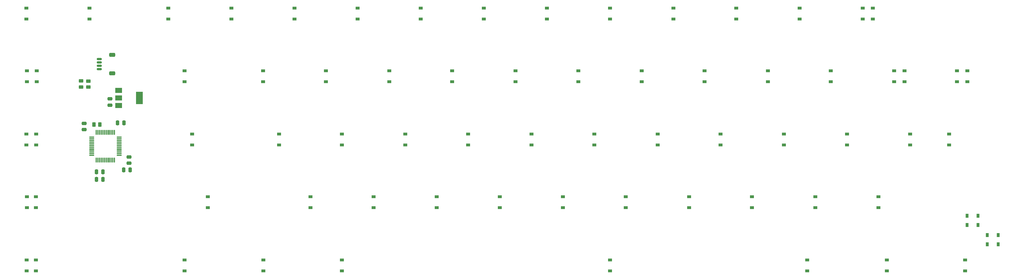
<source format=gbr>
%TF.GenerationSoftware,KiCad,Pcbnew,(6.0.7)*%
%TF.CreationDate,2022-08-26T18:50:00-04:00*%
%TF.ProjectId,thocc-master,74686f63-632d-46d6-9173-7465722e6b69,rev?*%
%TF.SameCoordinates,Original*%
%TF.FileFunction,Paste,Bot*%
%TF.FilePolarity,Positive*%
%FSLAX46Y46*%
G04 Gerber Fmt 4.6, Leading zero omitted, Abs format (unit mm)*
G04 Created by KiCad (PCBNEW (6.0.7)) date 2022-08-26 18:50:00*
%MOMM*%
%LPD*%
G01*
G04 APERTURE LIST*
G04 Aperture macros list*
%AMRoundRect*
0 Rectangle with rounded corners*
0 $1 Rounding radius*
0 $2 $3 $4 $5 $6 $7 $8 $9 X,Y pos of 4 corners*
0 Add a 4 corners polygon primitive as box body*
4,1,4,$2,$3,$4,$5,$6,$7,$8,$9,$2,$3,0*
0 Add four circle primitives for the rounded corners*
1,1,$1+$1,$2,$3*
1,1,$1+$1,$4,$5*
1,1,$1+$1,$6,$7*
1,1,$1+$1,$8,$9*
0 Add four rect primitives between the rounded corners*
20,1,$1+$1,$2,$3,$4,$5,0*
20,1,$1+$1,$4,$5,$6,$7,0*
20,1,$1+$1,$6,$7,$8,$9,0*
20,1,$1+$1,$8,$9,$2,$3,0*%
G04 Aperture macros list end*
%ADD10R,1.200000X0.900000*%
%ADD11R,2.000000X1.500000*%
%ADD12R,2.000000X3.800000*%
%ADD13RoundRect,0.250000X0.475000X-0.250000X0.475000X0.250000X-0.475000X0.250000X-0.475000X-0.250000X0*%
%ADD14RoundRect,0.250000X0.250000X0.475000X-0.250000X0.475000X-0.250000X-0.475000X0.250000X-0.475000X0*%
%ADD15RoundRect,0.075000X0.075000X-0.662500X0.075000X0.662500X-0.075000X0.662500X-0.075000X-0.662500X0*%
%ADD16RoundRect,0.075000X0.662500X-0.075000X0.662500X0.075000X-0.662500X0.075000X-0.662500X-0.075000X0*%
%ADD17R,0.900000X1.200000*%
%ADD18RoundRect,0.250000X-0.450000X0.262500X-0.450000X-0.262500X0.450000X-0.262500X0.450000X0.262500X0*%
%ADD19RoundRect,0.250000X-0.250000X-0.475000X0.250000X-0.475000X0.250000X0.475000X-0.250000X0.475000X0*%
%ADD20RoundRect,0.250000X0.262500X0.450000X-0.262500X0.450000X-0.262500X-0.450000X0.262500X-0.450000X0*%
%ADD21RoundRect,0.150000X-0.625000X0.150000X-0.625000X-0.150000X0.625000X-0.150000X0.625000X0.150000X0*%
%ADD22RoundRect,0.250000X-0.650000X0.350000X-0.650000X-0.350000X0.650000X-0.350000X0.650000X0.350000X0*%
%ADD23RoundRect,0.250000X-0.475000X0.250000X-0.475000X-0.250000X0.475000X-0.250000X0.475000X0.250000X0*%
G04 APERTURE END LIST*
D10*
%TO.C,D78*%
X461300000Y-160950000D03*
X461300000Y-157650000D03*
%TD*%
D11*
%TO.C,U1*%
X229400000Y-110950000D03*
D12*
X235700000Y-108650000D03*
D11*
X229400000Y-108650000D03*
X229400000Y-106350000D03*
%TD*%
D10*
%TO.C,D54*%
X287300000Y-141800000D03*
X287300000Y-138500000D03*
%TD*%
%TO.C,D4*%
X263450000Y-84750000D03*
X263450000Y-81450000D03*
%TD*%
%TO.C,D24*%
X311100000Y-103750000D03*
X311100000Y-100450000D03*
%TD*%
%TO.C,D25*%
X330100000Y-103750000D03*
X330100000Y-100450000D03*
%TD*%
%TO.C,D10*%
X377750000Y-84750000D03*
X377750000Y-81450000D03*
%TD*%
%TO.C,D27*%
X368200000Y-103750000D03*
X368200000Y-100450000D03*
%TD*%
%TO.C,D2*%
X220599000Y-84750000D03*
X220599000Y-81450000D03*
%TD*%
D13*
%TO.C,C3*%
X226750000Y-110800000D03*
X226750000Y-108900000D03*
%TD*%
D10*
%TO.C,D1*%
X201549000Y-84750000D03*
X201549000Y-81450000D03*
%TD*%
D14*
%TO.C,C7*%
X232850000Y-130350000D03*
X230950000Y-130350000D03*
%TD*%
D15*
%TO.C,U2*%
X228150000Y-127412500D03*
X227650000Y-127412500D03*
X227150000Y-127412500D03*
X226650000Y-127412500D03*
X226150000Y-127412500D03*
X225650000Y-127412500D03*
X225150000Y-127412500D03*
X224650000Y-127412500D03*
X224150000Y-127412500D03*
X223650000Y-127412500D03*
X223150000Y-127412500D03*
X222650000Y-127412500D03*
D16*
X221237500Y-126000000D03*
X221237500Y-125500000D03*
X221237500Y-125000000D03*
X221237500Y-124500000D03*
X221237500Y-124000000D03*
X221237500Y-123500000D03*
X221237500Y-123000000D03*
X221237500Y-122500000D03*
X221237500Y-122000000D03*
X221237500Y-121500000D03*
X221237500Y-121000000D03*
X221237500Y-120500000D03*
D15*
X222650000Y-119087500D03*
X223150000Y-119087500D03*
X223650000Y-119087500D03*
X224150000Y-119087500D03*
X224650000Y-119087500D03*
X225150000Y-119087500D03*
X225650000Y-119087500D03*
X226150000Y-119087500D03*
X226650000Y-119087500D03*
X227150000Y-119087500D03*
X227650000Y-119087500D03*
X228150000Y-119087500D03*
D16*
X229562500Y-120500000D03*
X229562500Y-121000000D03*
X229562500Y-121500000D03*
X229562500Y-122000000D03*
X229562500Y-122500000D03*
X229562500Y-123000000D03*
X229562500Y-123500000D03*
X229562500Y-124000000D03*
X229562500Y-124500000D03*
X229562500Y-125000000D03*
X229562500Y-125500000D03*
X229562500Y-126000000D03*
%TD*%
D17*
%TO.C,D66*%
X494900000Y-150100000D03*
X491600000Y-150100000D03*
%TD*%
D10*
%TO.C,D17*%
X485600000Y-103750000D03*
X485600000Y-100450000D03*
%TD*%
%TO.C,D37*%
X251600000Y-122850000D03*
X251600000Y-119550000D03*
%TD*%
%TO.C,D48*%
X449300000Y-122850000D03*
X449300000Y-119550000D03*
%TD*%
%TO.C,D16*%
X457100000Y-84750000D03*
X457100000Y-81450000D03*
%TD*%
D18*
%TO.C,R2*%
X220300000Y-103537500D03*
X220300000Y-105362500D03*
%TD*%
D10*
%TO.C,D59*%
X382500000Y-141800000D03*
X382500000Y-138500000D03*
%TD*%
%TO.C,D63*%
X458750000Y-141800000D03*
X458750000Y-138500000D03*
%TD*%
D17*
%TO.C,D82*%
X491600000Y-152900000D03*
X494900000Y-152900000D03*
%TD*%
D10*
%TO.C,D71*%
X273100000Y-160950000D03*
X273100000Y-157650000D03*
%TD*%
%TO.C,D62*%
X439700000Y-141800000D03*
X439700000Y-138500000D03*
%TD*%
%TO.C,D67*%
X201600000Y-160950000D03*
X201600000Y-157650000D03*
%TD*%
%TO.C,D77*%
X437300000Y-160950000D03*
X437300000Y-157650000D03*
%TD*%
%TO.C,D11*%
X396850000Y-84750000D03*
X396850000Y-81450000D03*
%TD*%
%TO.C,D30*%
X425400000Y-103750000D03*
X425400000Y-100450000D03*
%TD*%
%TO.C,D75*%
X377700000Y-160950000D03*
X377700000Y-157650000D03*
%TD*%
%TO.C,D5*%
X282500000Y-84750000D03*
X282500000Y-81450000D03*
%TD*%
%TO.C,D12*%
X415850000Y-84750000D03*
X415850000Y-81450000D03*
%TD*%
%TO.C,D57*%
X344450000Y-141800000D03*
X344450000Y-138500000D03*
%TD*%
%TO.C,D73*%
X296800000Y-160950000D03*
X296800000Y-157650000D03*
%TD*%
%TO.C,D3*%
X244400000Y-84750000D03*
X244400000Y-81450000D03*
%TD*%
%TO.C,D61*%
X420600000Y-141800000D03*
X420600000Y-138500000D03*
%TD*%
%TO.C,D34*%
X480100000Y-122850000D03*
X480100000Y-119550000D03*
%TD*%
%TO.C,D23*%
X292000000Y-103750000D03*
X292000000Y-100450000D03*
%TD*%
D19*
%TO.C,C2*%
X229100000Y-116150000D03*
X231000000Y-116150000D03*
%TD*%
D10*
%TO.C,D58*%
X363500000Y-141800000D03*
X363500000Y-138500000D03*
%TD*%
%TO.C,D35*%
X201549000Y-122850000D03*
X201549000Y-119550000D03*
%TD*%
D14*
%TO.C,C4*%
X224650000Y-131000000D03*
X222750000Y-131000000D03*
%TD*%
D10*
%TO.C,D36*%
X204500000Y-122850000D03*
X204500000Y-119550000D03*
%TD*%
%TO.C,D46*%
X411100000Y-122850000D03*
X411100000Y-119550000D03*
%TD*%
%TO.C,D14*%
X454000000Y-84750000D03*
X454000000Y-81450000D03*
%TD*%
%TO.C,D28*%
X387300000Y-103750000D03*
X387300000Y-100450000D03*
%TD*%
%TO.C,D51*%
X201700000Y-141800000D03*
X201700000Y-138500000D03*
%TD*%
%TO.C,D41*%
X315900000Y-122850000D03*
X315900000Y-119550000D03*
%TD*%
%TO.C,D32*%
X463500000Y-103750000D03*
X463500000Y-100450000D03*
%TD*%
%TO.C,D8*%
X339650000Y-84750000D03*
X339650000Y-81450000D03*
%TD*%
%TO.C,D80*%
X484950000Y-160950000D03*
X484950000Y-157650000D03*
%TD*%
%TO.C,D42*%
X334900000Y-122850000D03*
X334900000Y-119550000D03*
%TD*%
%TO.C,D21*%
X249300000Y-103750000D03*
X249300000Y-100450000D03*
%TD*%
D19*
%TO.C,C1*%
X222750000Y-133300000D03*
X224650000Y-133300000D03*
%TD*%
D10*
%TO.C,D43*%
X354000000Y-122850000D03*
X354000000Y-119550000D03*
%TD*%
%TO.C,D45*%
X392100000Y-122850000D03*
X392100000Y-119550000D03*
%TD*%
%TO.C,D68*%
X204450000Y-160950000D03*
X204450000Y-157650000D03*
%TD*%
%TO.C,D19*%
X201700000Y-103750000D03*
X201700000Y-100450000D03*
%TD*%
%TO.C,D26*%
X349200000Y-103750000D03*
X349200000Y-100450000D03*
%TD*%
%TO.C,D39*%
X277800000Y-122850000D03*
X277800000Y-119550000D03*
%TD*%
%TO.C,D7*%
X320600000Y-84750000D03*
X320600000Y-81450000D03*
%TD*%
D20*
%TO.C,R1*%
X223762500Y-116650000D03*
X221937500Y-116650000D03*
%TD*%
D21*
%TO.C,J1*%
X223600000Y-96900000D03*
X223600000Y-97900000D03*
X223600000Y-98900000D03*
X223600000Y-99900000D03*
D22*
X227475000Y-101200000D03*
X227475000Y-95600000D03*
%TD*%
D10*
%TO.C,D55*%
X306350000Y-141800000D03*
X306350000Y-138500000D03*
%TD*%
%TO.C,D31*%
X444400000Y-103750000D03*
X444400000Y-100450000D03*
%TD*%
%TO.C,D22*%
X273000000Y-103750000D03*
X273000000Y-100450000D03*
%TD*%
%TO.C,D60*%
X401600000Y-141800000D03*
X401600000Y-138500000D03*
%TD*%
%TO.C,D15*%
X466600000Y-103750000D03*
X466600000Y-100450000D03*
%TD*%
%TO.C,D53*%
X256350000Y-141800000D03*
X256350000Y-138500000D03*
%TD*%
%TO.C,D20*%
X204700000Y-103750000D03*
X204700000Y-100450000D03*
%TD*%
%TO.C,D6*%
X301550000Y-84750000D03*
X301550000Y-81450000D03*
%TD*%
D23*
%TO.C,C5*%
X232550000Y-126500000D03*
X232550000Y-128400000D03*
%TD*%
D10*
%TO.C,D47*%
X430200000Y-122850000D03*
X430200000Y-119550000D03*
%TD*%
%TO.C,D56*%
X325400000Y-141800000D03*
X325400000Y-138500000D03*
%TD*%
%TO.C,D49*%
X468300000Y-122850000D03*
X468300000Y-119550000D03*
%TD*%
%TO.C,D69*%
X249300000Y-160950000D03*
X249300000Y-157650000D03*
%TD*%
%TO.C,D40*%
X296800000Y-122850000D03*
X296800000Y-119550000D03*
%TD*%
%TO.C,D52*%
X204450000Y-141800000D03*
X204450000Y-138500000D03*
%TD*%
%TO.C,D13*%
X434950000Y-84750000D03*
X434950000Y-81450000D03*
%TD*%
%TO.C,D9*%
X358700000Y-84750000D03*
X358700000Y-81450000D03*
%TD*%
D18*
%TO.C,R3*%
X218050000Y-103487500D03*
X218050000Y-105312500D03*
%TD*%
D10*
%TO.C,D29*%
X406300000Y-103750000D03*
X406300000Y-100450000D03*
%TD*%
%TO.C,D33*%
X482500000Y-103750000D03*
X482500000Y-100450000D03*
%TD*%
D17*
%TO.C,D50*%
X485500000Y-147050000D03*
X488800000Y-147050000D03*
%TD*%
D10*
%TO.C,D44*%
X373000000Y-122850000D03*
X373000000Y-119550000D03*
%TD*%
D17*
%TO.C,D64*%
X485500000Y-144300000D03*
X488800000Y-144300000D03*
%TD*%
D13*
%TO.C,C6*%
X218950000Y-118200000D03*
X218950000Y-116300000D03*
%TD*%
M02*

</source>
